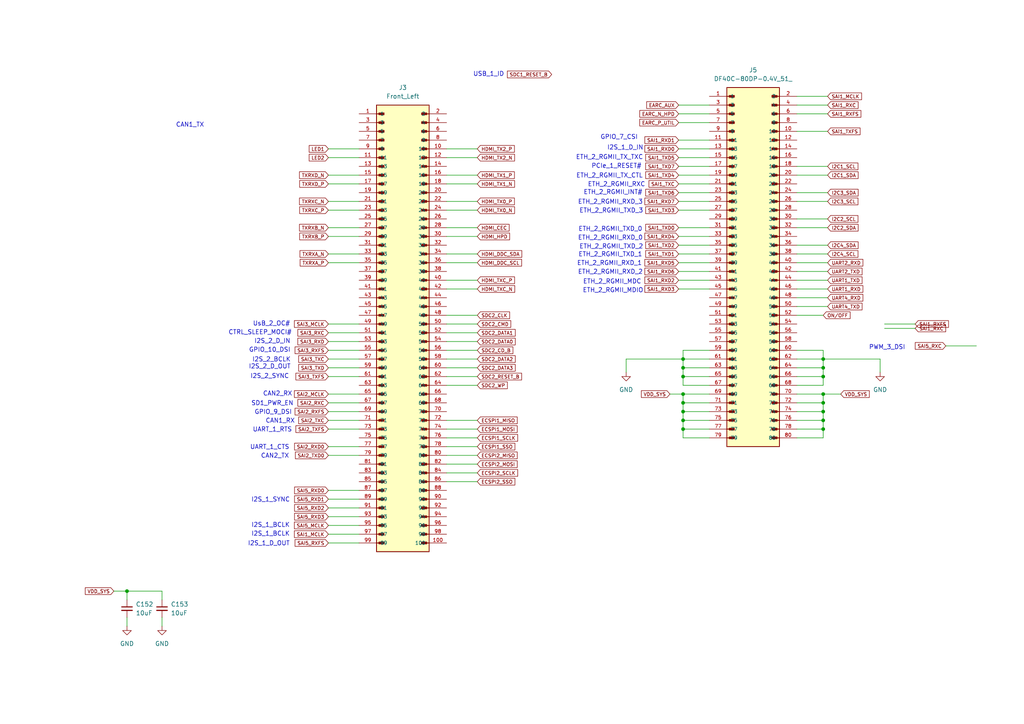
<source format=kicad_sch>
(kicad_sch (version 20231120) (generator "eeschema") (generator_version "8.0")
  (paper "A4")
  (lib_symbols
    (symbol "CONN_DF40C-100DS-0_4V51_HIR:DF40C-100DP-0.4V_51_" (pin_names (offset 1.016))
      (property "Reference" "J" (at -7.62 64.262 0))
      (property "Value" "DF40C-100DP-0.4V_51_" (at -7.62 -66.802 0))
      (symbol "DF40C-100DP-0.4V_51__0_0"
        (pin passive line (at -12.7 60.96 0) (length 5.08) (name "1") (number "1"))
        (pin passive line (at 12.7 50.8 180) (length 5.08) (name "10") (number "10"))
        (pin passive line (at 12.7 -63.5 180) (length 5.08) (name "100") (number "100"))
        (pin passive line (at -12.7 48.26 0) (length 5.08) (name "11") (number "11"))
        (pin passive line (at 12.7 48.26 180) (length 5.08) (name "12") (number "12"))
        (pin passive line (at -12.7 45.72 0) (length 5.08) (name "13") (number "13"))
        (pin passive line (at 12.7 45.72 180) (length 5.08) (name "14") (number "14"))
        (pin passive line (at -12.7 43.18 0) (length 5.08) (name "15") (number "15"))
        (pin passive line (at 12.7 43.18 180) (length 5.08) (name "16") (number "16"))
        (pin passive line (at -12.7 40.64 0) (length 5.08) (name "17") (number "17"))
        (pin passive line (at 12.7 40.64 180) (length 5.08) (name "18") (number "18"))
        (pin passive line (at -12.7 38.1 0) (length 5.08) (name "19") (number "19"))
        (pin passive line (at 12.7 60.96 180) (length 5.08) (name "2") (number "2"))
        (pin passive line (at 12.7 38.1 180) (length 5.08) (name "20") (number "20"))
        (pin passive line (at -12.7 35.56 0) (length 5.08) (name "21") (number "21"))
        (pin passive line (at 12.7 35.56 180) (length 5.08) (name "22") (number "22"))
        (pin passive line (at -12.7 33.02 0) (length 5.08) (name "23") (number "23"))
        (pin passive line (at 12.7 33.02 180) (length 5.08) (name "24") (number "24"))
        (pin passive line (at -12.7 30.48 0) (length 5.08) (name "25") (number "25"))
        (pin passive line (at 12.7 30.48 180) (length 5.08) (name "26") (number "26"))
        (pin passive line (at -12.7 27.94 0) (length 5.08) (name "27") (number "27"))
        (pin passive line (at 12.7 27.94 180) (length 5.08) (name "28") (number "28"))
        (pin passive line (at -12.7 25.4 0) (length 5.08) (name "29") (number "29"))
        (pin passive line (at -12.7 58.42 0) (length 5.08) (name "3") (number "3"))
        (pin passive line (at 12.7 25.4 180) (length 5.08) (name "30") (number "30"))
        (pin passive line (at -12.7 22.86 0) (length 5.08) (name "31") (number "31"))
        (pin passive line (at 12.7 22.86 180) (length 5.08) (name "32") (number "32"))
        (pin passive line (at -12.7 20.32 0) (length 5.08) (name "33") (number "33"))
        (pin passive line (at 12.7 20.32 180) (length 5.08) (name "34") (number "34"))
        (pin passive line (at -12.7 17.78 0) (length 5.08) (name "35") (number "35"))
        (pin passive line (at 12.7 17.78 180) (length 5.08) (name "36") (number "36"))
        (pin passive line (at -12.7 15.24 0) (length 5.08) (name "37") (number "37"))
        (pin passive line (at 12.7 15.24 180) (length 5.08) (name "38") (number "38"))
        (pin passive line (at -12.7 12.7 0) (length 5.08) (name "39") (number "39"))
        (pin passive line (at 12.7 58.42 180) (length 5.08) (name "4") (number "4"))
        (pin passive line (at 12.7 12.7 180) (length 5.08) (name "40") (number "40"))
        (pin passive line (at -12.7 10.16 0) (length 5.08) (name "41") (number "41"))
        (pin passive line (at 12.7 10.16 180) (length 5.08) (name "42") (number "42"))
        (pin passive line (at -12.7 7.62 0) (length 5.08) (name "43") (number "43"))
        (pin passive line (at 12.7 7.62 180) (length 5.08) (name "44") (number "44"))
        (pin passive line (at -12.7 5.08 0) (length 5.08) (name "45") (number "45"))
        (pin passive line (at 12.7 5.08 180) (length 5.08) (name "46") (number "46"))
        (pin passive line (at -12.7 2.54 0) (length 5.08) (name "47") (number "47"))
        (pin passive line (at 12.7 2.54 180) (length 5.08) (name "48") (number "48"))
        (pin passive line (at -12.7 0 0) (length 5.08) (name "49") (number "49"))
        (pin passive line (at -12.7 55.88 0) (length 5.08) (name "5") (number "5"))
        (pin passive line (at 12.7 0 180) (length 5.08) (name "50") (number "50"))
        (pin passive line (at -12.7 -2.54 0) (length 5.08) (name "51") (number "51"))
        (pin passive line (at 12.7 -2.54 180) (length 5.08) (name "52") (number "52"))
        (pin passive line (at -12.7 -5.08 0) (length 5.08) (name "53") (number "53"))
        (pin passive line (at 12.7 -5.08 180) (length 5.08) (name "54") (number "54"))
        (pin passive line (at -12.7 -7.62 0) (length 5.08) (name "55") (number "55"))
        (pin passive line (at 12.7 -7.62 180) (length 5.08) (name "56") (number "56"))
        (pin passive line (at -12.7 -10.16 0) (length 5.08) (name "57") (number "57"))
        (pin passive line (at 12.7 -10.16 180) (length 5.08) (name "58") (number "58"))
        (pin passive line (at -12.7 -12.7 0) (length 5.08) (name "59") (number "59"))
        (pin passive line (at 12.7 55.88 180) (length 5.08) (name "6") (number "6"))
        (pin passive line (at 12.7 -12.7 180) (length 5.08) (name "60") (number "60"))
        (pin passive line (at -12.7 -15.24 0) (length 5.08) (name "61") (number "61"))
        (pin passive line (at 12.7 -15.24 180) (length 5.08) (name "62") (number "62"))
        (pin passive line (at -12.7 -17.78 0) (length 5.08) (name "63") (number "63"))
        (pin passive line (at 12.7 -17.78 180) (length 5.08) (name "64") (number "64"))
        (pin passive line (at -12.7 -20.32 0) (length 5.08) (name "65") (number "65"))
        (pin passive line (at 12.7 -20.32 180) (length 5.08) (name "66") (number "66"))
        (pin passive line (at -12.7 -22.86 0) (length 5.08) (name "67") (number "67"))
        (pin passive line (at 12.7 -22.86 180) (length 5.08) (name "68") (number "68"))
        (pin passive line (at -12.7 -25.4 0) (length 5.08) (name "69") (number "69"))
        (pin passive line (at -12.7 53.34 0) (length 5.08) (name "7") (number "7"))
        (pin passive line (at 12.7 -25.4 180) (length 5.08) (name "70") (number "70"))
        (pin passive line (at -12.7 -27.94 0) (length 5.08) (name "71") (number "71"))
        (pin passive line (at 12.7 -27.94 180) (length 5.08) (name "72") (number "72"))
        (pin passive line (at -12.7 -30.48 0) (length 5.08) (name "73") (number "73"))
        (pin passive line (at 12.7 -30.48 180) (length 5.08) (name "74") (number "74"))
        (pin passive line (at -12.7 -33.02 0) (length 5.08) (name "75") (number "75"))
        (pin passive line (at 12.7 -33.02 180) (length 5.08) (name "76") (number "76"))
        (pin passive line (at -12.7 -35.56 0) (length 5.08) (name "77") (number "77"))
        (pin passive line (at 12.7 -35.56 180) (length 5.08) (name "78") (number "78"))
        (pin passive line (at -12.7 -38.1 0) (length 5.08) (name "79") (number "79"))
        (pin passive line (at 12.7 53.34 180) (length 5.08) (name "8") (number "8"))
        (pin passive line (at 12.7 -38.1 180) (length 5.08) (name "80") (number "80"))
        (pin passive line (at -12.7 -40.64 0) (length 5.08) (name "81") (number "81"))
        (pin passive line (at 12.7 -40.64 180) (length 5.08) (name "82") (number "82"))
        (pin passive line (at -12.7 -43.18 0) (length 5.08) (name "83") (number "83"))
        (pin passive line (at 12.7 -43.18 180) (length 5.08) (name "84") (number "84"))
        (pin passive line (at -12.7 -45.72 0) (length 5.08) (name "85") (number "85"))
        (pin passive line (at 12.7 -45.72 180) (length 5.08) (name "86") (number "86"))
        (pin passive line (at -12.7 -48.26 0) (length 5.08) (name "87") (number "87"))
        (pin passive line (at 12.7 -48.26 180) (length 5.08) (name "88") (number "88"))
        (pin passive line (at -12.7 -50.8 0) (length 5.08) (name "89") (number "89"))
        (pin passive line (at -12.7 50.8 0) (length 5.08) (name "9") (number "9"))
        (pin passive line (at 12.7 -50.8 180) (length 5.08) (name "90") (number "90"))
        (pin passive line (at -12.7 -53.34 0) (length 5.08) (name "91") (number "91"))
        (pin passive line (at 12.7 -53.34 180) (length 5.08) (name "92") (number "92"))
        (pin passive line (at -12.7 -55.88 0) (length 5.08) (name "93") (number "93"))
        (pin passive line (at 12.7 -55.88 180) (length 5.08) (name "94") (number "94"))
        (pin passive line (at -12.7 -58.42 0) (length 5.08) (name "95") (number "95"))
        (pin passive line (at 12.7 -58.42 180) (length 5.08) (name "96") (number "96"))
        (pin passive line (at -12.7 -60.96 0) (length 5.08) (name "97") (number "97"))
        (pin passive line (at 12.7 -60.96 180) (length 5.08) (name "98") (number "98"))
        (pin passive line (at -12.7 -63.5 0) (length 5.08) (name "99") (number "99"))
      )
    )
    (symbol "DF40C-80DP-0.4V_51_:DF40C-80DP-0.4V_51_" (pin_names (offset 1.016))
      (property "Reference" "J" (at -7.62 51.562 0))
      (property "Value" "DF40C-80DP-0.4V_51_" (at -7.62 -54.102 0))
      (symbol "DF40C-80DP-0.4V_51__0_0"
        (pin passive line (at -12.7 48.26 0) (length 5.08) (name "1") (number "1"))
        (pin passive line (at 12.7 38.1 180) (length 5.08) (name "10") (number "10"))
        (pin passive line (at -12.7 35.56 0) (length 5.08) (name "11") (number "11"))
        (pin passive line (at 12.7 35.56 180) (length 5.08) (name "12") (number "12"))
        (pin passive line (at -12.7 33.02 0) (length 5.08) (name "13") (number "13"))
        (pin passive line (at 12.7 33.02 180) (length 5.08) (name "14") (number "14"))
        (pin passive line (at -12.7 30.48 0) (length 5.08) (name "15") (number "15"))
        (pin passive line (at 12.7 30.48 180) (length 5.08) (name "16") (number "16"))
        (pin passive line (at -12.7 27.94 0) (length 5.08) (name "17") (number "17"))
        (pin passive line (at 12.7 27.94 180) (length 5.08) (name "18") (number "18"))
        (pin passive line (at -12.7 25.4 0) (length 5.08) (name "19") (number "19"))
        (pin passive line (at 12.7 48.26 180) (length 5.08) (name "2") (number "2"))
        (pin passive line (at 12.7 25.4 180) (length 5.08) (name "20") (number "20"))
        (pin passive line (at -12.7 22.86 0) (length 5.08) (name "21") (number "21"))
        (pin passive line (at 12.7 22.86 180) (length 5.08) (name "22") (number "22"))
        (pin passive line (at -12.7 20.32 0) (length 5.08) (name "23") (number "23"))
        (pin passive line (at 12.7 20.32 180) (length 5.08) (name "24") (number "24"))
        (pin passive line (at -12.7 17.78 0) (length 5.08) (name "25") (number "25"))
        (pin passive line (at 12.7 17.78 180) (length 5.08) (name "26") (number "26"))
        (pin passive line (at -12.7 15.24 0) (length 5.08) (name "27") (number "27"))
        (pin passive line (at 12.7 15.24 180) (length 5.08) (name "28") (number "28"))
        (pin passive line (at -12.7 12.7 0) (length 5.08) (name "29") (number "29"))
        (pin passive line (at -12.7 45.72 0) (length 5.08) (name "3") (number "3"))
        (pin passive line (at 12.7 12.7 180) (length 5.08) (name "30") (number "30"))
        (pin passive line (at -12.7 10.16 0) (length 5.08) (name "31") (number "31"))
        (pin passive line (at 12.7 10.16 180) (length 5.08) (name "32") (number "32"))
        (pin passive line (at -12.7 7.62 0) (length 5.08) (name "33") (number "33"))
        (pin passive line (at 12.7 7.62 180) (length 5.08) (name "34") (number "34"))
        (pin passive line (at -12.7 5.08 0) (length 5.08) (name "35") (number "35"))
        (pin passive line (at 12.7 5.08 180) (length 5.08) (name "36") (number "36"))
        (pin passive line (at -12.7 2.54 0) (length 5.08) (name "37") (number "37"))
        (pin passive line (at 12.7 2.54 180) (length 5.08) (name "38") (number "38"))
        (pin passive line (at -12.7 0 0) (length 5.08) (name "39") (number "39"))
        (pin passive line (at 12.7 45.72 180) (length 5.08) (name "4") (number "4"))
        (pin passive line (at 12.7 0 180) (length 5.08) (name "40") (number "40"))
        (pin passive line (at -12.7 -2.54 0) (length 5.08) (name "41") (number "41"))
        (pin passive line (at 12.7 -2.54 180) (length 5.08) (name "42") (number "42"))
        (pin passive line (at -12.7 -5.08 0) (length 5.08) (name "43") (number "43"))
        (pin passive line (at 12.7 -5.08 180) (length 5.08) (name "44") (number "44"))
        (pin passive line (at -12.7 -7.62 0) (length 5.08) (name "45") (number "45"))
        (pin passive line (at 12.7 -7.62 180) (length 5.08) (name "46") (number "46"))
        (pin passive line (at -12.7 -10.16 0) (length 5.08) (name "47") (number "47"))
        (pin passive line (at 12.7 -10.16 180) (length 5.08) (name "48") (number "48"))
        (pin passive line (at -12.7 -12.7 0) (length 5.08) (name "49") (number "49"))
        (pin passive line (at -12.7 43.18 0) (length 5.08) (name "5") (number "5"))
        (pin passive line (at 12.7 -12.7 180) (length 5.08) (name "50") (number "50"))
        (pin passive line (at -12.7 -15.24 0) (length 5.08) (name "51") (number "51"))
        (pin passive line (at 12.7 -15.24 180) (length 5.08) (name "52") (number "52"))
        (pin passive line (at -12.7 -17.78 0) (length 5.08) (name "53") (number "53"))
        (pin passive line (at 12.7 -17.78 180) (length 5.08) (name "54") (number "54"))
        (pin passive line (at -12.7 -20.32 0) (length 5.08) (name "55") (number "55"))
        (pin passive line (at 12.7 -20.32 180) (length 5.08) (name "56") (number "56"))
        (pin passive line (at -12.7 -22.86 0) (length 5.08) (name "57") (number "57"))
        (pin passive line (at 12.7 -22.86 180) (length 5.08) (name "58") (number "58"))
        (pin passive line (at -12.7 -25.4 0) (length 5.08) (name "59") (number "59"))
        (pin passive line (at 12.7 43.18 180) (length 5.08) (name "6") (number "6"))
        (pin passive line (at 12.7 -25.4 180) (length 5.08) (name "60") (number "60"))
        (pin passive line (at -12.7 -27.94 0) (length 5.08) (name "61") (number "61"))
        (pin passive line (at 12.7 -27.94 180) (length 5.08) (name "62") (number "62"))
        (pin passive line (at -12.7 -30.48 0) (length 5.08) (name "63") (number "63"))
        (pin passive line (at 12.7 -30.48 180) (length 5.08) (name "64") (number "64"))
        (pin passive line (at -12.7 -33.02 0) (length 5.08) (name "65") (number "65"))
        (pin passive line (at 12.7 -33.02 180) (length 5.08) (name "66") (number "66"))
        (pin passive line (at -12.7 -35.56 0) (length 5.08) (name "67") (number "67"))
        (pin passive line (at 12.7 -35.56 180) (length 5.08) (name "68") (number "68"))
        (pin passive line (at -12.7 -38.1 0) (length 5.08) (name "69") (number "69"))
        (pin passive line (at -12.7 40.64 0) (length 5.08) (name "7") (number "7"))
        (pin passive line (at 12.7 -38.1 180) (length 5.08) (name "70") (number "70"))
        (pin passive line (at -12.7 -40.64 0) (length 5.08) (name "71") (number "71"))
        (pin passive line (at 12.7 -40.64 180) (length 5.08) (name "72") (number "72"))
        (pin passive line (at -12.7 -43.18 0) (length 5.08) (name "73") (number "73"))
        (pin passive line (at 12.7 -43.18 180) (length 5.08) (name "74") (number "74"))
        (pin passive line (at -12.7 -45.72 0) (length 5.08) (name "75") (number "75"))
        (pin passive line (at 12.7 -45.72 180) (length 5.08) (name "76") (number "76"))
        (pin passive line (at -12.7 -48.26 0) (length 5.08) (name "77") (number "77"))
        (pin passive line (at 12.7 -48.26 180) (length 5.08) (name "78") (number "78"))
        (pin passive line (at -12.7 -50.8 0) (length 5.08) (name "79") (number "79"))
        (pin passive line (at 12.7 40.64 180) (length 5.08) (name "8") (number "8"))
        (pin passive line (at 12.7 -50.8 180) (length 5.08) (name "80") (number "80"))
        (pin passive line (at -12.7 38.1 0) (length 5.08) (name "9") (number "9"))
      )
    )
    (symbol "Device:C_Small" (pin_numbers hide) (pin_names (offset 0.254) hide)
      (property "Reference" "C" (at 0.254 1.778 0))
      (property "Value" "C_Small" (at 0.254 -2.032 0))
      (symbol "C_Small_1_1"
        (pin passive line (at 0 2.54 270) (length 2.032) (name "~") (number "1"))
        (pin passive line (at 0 -2.54 90) (length 2.032) (name "~") (number "2"))
      )
    )
    (symbol "power:GND" (power) (pin_names (offset 0))
      (property "Value" "GND" (at 0 -3.81 0))
      (symbol "GND_1_1"
        (pin power_in line (at 0 0 270) (length 0) hide (name "GND") (number "1"))
      )
    )
  )
  (junction (at 238.76 121.92))
  (junction (at 238.76 114.3))
  (junction (at 198.12 124.46))
  (junction (at 198.12 114.3))
  (junction (at 36.83 171.45))
  (junction (at 238.76 116.84))
  (junction (at 238.76 104.14))
  (junction (at 198.12 106.68))
  (junction (at 198.12 121.92))
  (junction (at 238.76 124.46))
  (junction (at 198.12 109.22))
  (junction (at 198.12 104.14))
  (junction (at 198.12 119.38))
  (junction (at 238.76 119.38))
  (junction (at 238.76 109.22))
  (junction (at 238.76 106.68))
  (junction (at 198.12 116.84))
  (wire (pts (xy 205.74 76.2) (xy 196.85 76.2)))
  (wire (pts (xy 238.76 127) (xy 238.76 124.46)))
  (wire (pts (xy 129.54 137.16) (xy 138.43 137.16)))
  (wire (pts (xy 104.14 45.72) (xy 95.25 45.72)))
  (wire (pts (xy 129.54 58.42) (xy 138.43 58.42)))
  (wire (pts (xy 104.14 68.58) (xy 95.25 68.58)))
  (wire (pts (xy 198.12 119.38) (xy 198.12 116.84)))
  (wire (pts (xy 129.54 104.14) (xy 138.43 104.14)))
  (wire (pts (xy 198.12 104.14) (xy 205.74 104.14)))
  (wire (pts (xy 129.54 134.62) (xy 138.43 134.62)))
  (wire (pts (xy 129.54 129.54) (xy 138.43 129.54)))
  (wire (pts (xy 198.12 124.46) (xy 205.74 124.46)))
  (wire (pts (xy 238.76 101.6) (xy 238.76 104.14)))
  (wire (pts (xy 129.54 127) (xy 138.43 127)))
  (wire (pts (xy 205.74 53.34) (xy 196.85 53.34)))
  (wire (pts (xy 198.12 121.92) (xy 198.12 119.38)))
  (wire (pts (xy 129.54 99.06) (xy 138.43 99.06)))
  (wire (pts (xy 255.27 104.14) (xy 238.76 104.14)))
  (wire (pts (xy 231.14 66.04) (xy 240.03 66.04)))
  (wire (pts (xy 129.54 45.72) (xy 138.43 45.72)))
  (wire (pts (xy 104.14 124.46) (xy 95.25 124.46)))
  (wire (pts (xy 129.54 50.8) (xy 138.43 50.8)))
  (wire (pts (xy 198.12 106.68) (xy 198.12 104.14)))
  (wire (pts (xy 231.14 73.66) (xy 240.03 73.66)))
  (wire (pts (xy 104.14 66.04) (xy 95.25 66.04)))
  (wire (pts (xy 129.54 111.76) (xy 138.43 111.76)))
  (wire (pts (xy 198.12 116.84) (xy 198.12 114.3)))
  (wire (pts (xy 238.76 104.14) (xy 231.14 104.14)))
  (wire (pts (xy 104.14 116.84) (xy 95.25 116.84)))
  (wire (pts (xy 129.54 81.28) (xy 138.43 81.28)))
  (wire (pts (xy 104.14 101.6) (xy 95.25 101.6)))
  (wire (pts (xy 256.54 93.98) (xy 265.43 93.98)))
  (wire (pts (xy 129.54 83.82) (xy 138.43 83.82)))
  (wire (pts (xy 243.84 114.3) (xy 238.76 114.3)))
  (wire (pts (xy 198.12 101.6) (xy 198.12 104.14)))
  (wire (pts (xy 104.14 93.98) (xy 95.25 93.98)))
  (wire (pts (xy 46.99 179.07) (xy 46.99 181.61)))
  (wire (pts (xy 129.54 60.96) (xy 138.43 60.96)))
  (wire (pts (xy 129.54 121.92) (xy 138.43 121.92)))
  (wire (pts (xy 231.14 27.94) (xy 240.03 27.94)))
  (wire (pts (xy 231.14 50.8) (xy 240.03 50.8)))
  (wire (pts (xy 104.14 154.94) (xy 95.25 154.94)))
  (wire (pts (xy 205.74 83.82) (xy 196.85 83.82)))
  (wire (pts (xy 129.54 109.22) (xy 138.43 109.22)))
  (wire (pts (xy 231.14 127) (xy 238.76 127)))
  (wire (pts (xy 104.14 114.3) (xy 95.25 114.3)))
  (wire (pts (xy 231.14 91.44) (xy 238.76 91.44)))
  (wire (pts (xy 104.14 96.52) (xy 95.25 96.52)))
  (wire (pts (xy 129.54 53.34) (xy 138.43 53.34)))
  (wire (pts (xy 205.74 66.04) (xy 196.85 66.04)))
  (wire (pts (xy 129.54 124.46) (xy 138.43 124.46)))
  (wire (pts (xy 129.54 43.18) (xy 138.43 43.18)))
  (wire (pts (xy 205.74 55.88) (xy 196.85 55.88)))
  (wire (pts (xy 104.14 157.48) (xy 95.25 157.48)))
  (wire (pts (xy 129.54 66.04) (xy 138.43 66.04)))
  (wire (pts (xy 36.83 179.07) (xy 36.83 181.61)))
  (wire (pts (xy 129.54 76.2) (xy 138.43 76.2)))
  (wire (pts (xy 129.54 68.58) (xy 138.43 68.58)))
  (wire (pts (xy 231.14 78.74) (xy 240.03 78.74)))
  (wire (pts (xy 231.14 30.48) (xy 240.03 30.48)))
  (wire (pts (xy 231.14 83.82) (xy 240.03 83.82)))
  (wire (pts (xy 129.54 101.6) (xy 138.43 101.6)))
  (wire (pts (xy 104.14 76.2) (xy 95.25 76.2)))
  (wire (pts (xy 238.76 119.38) (xy 231.14 119.38)))
  (wire (pts (xy 238.76 119.38) (xy 238.76 116.84)))
  (wire (pts (xy 231.14 63.5) (xy 240.03 63.5)))
  (wire (pts (xy 205.74 78.74) (xy 196.85 78.74)))
  (wire (pts (xy 205.74 73.66) (xy 196.85 73.66)))
  (wire (pts (xy 104.14 149.86) (xy 95.25 149.86)))
  (wire (pts (xy 231.14 48.26) (xy 240.03 48.26)))
  (wire (pts (xy 283.21 100.33) (xy 274.32 100.33)))
  (wire (pts (xy 104.14 43.18) (xy 95.25 43.18)))
  (wire (pts (xy 238.76 111.76) (xy 231.14 111.76)))
  (wire (pts (xy 238.76 111.76) (xy 238.76 109.22)))
  (wire (pts (xy 205.74 101.6) (xy 198.12 101.6)))
  (wire (pts (xy 104.14 132.08) (xy 95.25 132.08)))
  (wire (pts (xy 181.61 104.14) (xy 181.61 107.95)))
  (wire (pts (xy 198.12 114.3) (xy 205.74 114.3)))
  (wire (pts (xy 104.14 119.38) (xy 95.25 119.38)))
  (wire (pts (xy 198.12 119.38) (xy 205.74 119.38)))
  (wire (pts (xy 238.76 116.84) (xy 238.76 114.3)))
  (wire (pts (xy 205.74 60.96) (xy 196.85 60.96)))
  (wire (pts (xy 129.54 91.44) (xy 138.43 91.44)))
  (wire (pts (xy 104.14 109.22) (xy 95.25 109.22)))
  (wire (pts (xy 205.74 35.56) (xy 196.85 35.56)))
  (wire (pts (xy 104.14 53.34) (xy 95.25 53.34)))
  (wire (pts (xy 36.83 171.45) (xy 36.83 173.99)))
  (wire (pts (xy 104.14 99.06) (xy 95.25 99.06)))
  (wire (pts (xy 104.14 58.42) (xy 95.25 58.42)))
  (wire (pts (xy 205.74 111.76) (xy 198.12 111.76)))
  (wire (pts (xy 231.14 38.1) (xy 240.03 38.1)))
  (wire (pts (xy 256.54 95.25) (xy 265.43 95.25)))
  (wire (pts (xy 238.76 121.92) (xy 231.14 121.92)))
  (wire (pts (xy 238.76 109.22) (xy 238.76 106.68)))
  (wire (pts (xy 104.14 104.14) (xy 95.25 104.14)))
  (wire (pts (xy 198.12 124.46) (xy 198.12 121.92)))
  (wire (pts (xy 104.14 152.4) (xy 95.25 152.4)))
  (wire (pts (xy 104.14 144.78) (xy 95.25 144.78)))
  (wire (pts (xy 205.74 48.26) (xy 196.85 48.26)))
  (wire (pts (xy 104.14 147.32) (xy 95.25 147.32)))
  (wire (pts (xy 129.54 96.52) (xy 138.43 96.52)))
  (wire (pts (xy 46.99 171.45) (xy 46.99 173.99)))
  (wire (pts (xy 181.61 104.14) (xy 198.12 104.14)))
  (wire (pts (xy 238.76 124.46) (xy 231.14 124.46)))
  (wire (pts (xy 198.12 127) (xy 198.12 124.46)))
  (wire (pts (xy 205.74 127) (xy 198.12 127)))
  (wire (pts (xy 205.74 58.42) (xy 196.85 58.42)))
  (wire (pts (xy 255.27 104.14) (xy 255.27 107.95)))
  (wire (pts (xy 104.14 106.68) (xy 95.25 106.68)))
  (wire (pts (xy 129.54 106.68) (xy 138.43 106.68)))
  (wire (pts (xy 205.74 43.18) (xy 196.85 43.18)))
  (wire (pts (xy 231.14 101.6) (xy 238.76 101.6)))
  (wire (pts (xy 238.76 124.46) (xy 238.76 121.92)))
  (wire (pts (xy 238.76 106.68) (xy 231.14 106.68)))
  (wire (pts (xy 104.14 121.92) (xy 95.25 121.92)))
  (wire (pts (xy 205.74 50.8) (xy 196.85 50.8)))
  (wire (pts (xy 198.12 111.76) (xy 198.12 109.22)))
  (wire (pts (xy 231.14 71.12) (xy 240.03 71.12)))
  (wire (pts (xy 198.12 109.22) (xy 198.12 106.68)))
  (wire (pts (xy 198.12 116.84) (xy 205.74 116.84)))
  (wire (pts (xy 129.54 93.98) (xy 138.43 93.98)))
  (wire (pts (xy 238.76 109.22) (xy 231.14 109.22)))
  (wire (pts (xy 231.14 55.88) (xy 240.03 55.88)))
  (wire (pts (xy 198.12 109.22) (xy 205.74 109.22)))
  (wire (pts (xy 231.14 76.2) (xy 240.03 76.2)))
  (wire (pts (xy 231.14 88.9) (xy 240.03 88.9)))
  (wire (pts (xy 198.12 121.92) (xy 205.74 121.92)))
  (wire (pts (xy 104.14 73.66) (xy 95.25 73.66)))
  (wire (pts (xy 129.54 139.7) (xy 138.43 139.7)))
  (wire (pts (xy 231.14 58.42) (xy 240.03 58.42)))
  (wire (pts (xy 231.14 81.28) (xy 240.03 81.28)))
  (wire (pts (xy 198.12 106.68) (xy 205.74 106.68)))
  (wire (pts (xy 238.76 121.92) (xy 238.76 119.38)))
  (wire (pts (xy 205.74 33.02) (xy 196.85 33.02)))
  (wire (pts (xy 205.74 30.48) (xy 196.85 30.48)))
  (wire (pts (xy 36.83 171.45) (xy 46.99 171.45)))
  (wire (pts (xy 104.14 142.24) (xy 95.25 142.24)))
  (wire (pts (xy 205.74 45.72) (xy 196.85 45.72)))
  (wire (pts (xy 194.31 114.3) (xy 198.12 114.3)))
  (wire (pts (xy 238.76 106.68) (xy 238.76 104.14)))
  (wire (pts (xy 231.14 33.02) (xy 240.03 33.02)))
  (wire (pts (xy 231.14 86.36) (xy 240.03 86.36)))
  (wire (pts (xy 205.74 81.28) (xy 196.85 81.28)))
  (wire (pts (xy 104.14 50.8) (xy 95.25 50.8)))
  (wire (pts (xy 238.76 116.84) (xy 231.14 116.84)))
  (wire (pts (xy 205.74 71.12) (xy 196.85 71.12)))
  (wire (pts (xy 129.54 73.66) (xy 138.43 73.66)))
  (wire (pts (xy 129.54 132.08) (xy 138.43 132.08)))
  (wire (pts (xy 33.02 171.45) (xy 36.83 171.45)))
  (wire (pts (xy 205.74 40.64) (xy 196.85 40.64)))
  (wire (pts (xy 104.14 60.96) (xy 95.25 60.96)))
  (wire (pts (xy 104.14 129.54) (xy 95.25 129.54)))
  (wire (pts (xy 238.76 114.3) (xy 231.14 114.3)))
  (wire (pts (xy 205.74 68.58) (xy 196.85 68.58)))
  (text "PCIe_1_RESET#" (at 178.816 48.26 0) (effects (font (size 1.27 1.27))))
  (text "I2S_1_BCLK" (at 78.486 154.94 0) (effects (font (size 1.27 1.27))))
  (text "ETH_2_RGMII_MDC" (at 177.546 81.788 0) (effects (font (size 1.27 1.27))))
  (text "CAN1_RX" (at 81.28 122.174 0) (effects (font (size 1.27 1.27))))
  (text "I2S_2_BCLK" (at 78.74 104.394 0) (effects (font (size 1.27 1.27))))
  (text "SD1_PWR_EN" (at 78.994 117.094 0) (effects (font (size 1.27 1.27))))
  (text "I2S_1_D_IN" (at 181.356 42.926 0) (effects (font (size 1.27 1.27))))
  (text "GPIO_9_DSI" (at 79.248 119.634 0) (effects (font (size 1.27 1.27))))
  (text "I2S_1_SYNC" (at 78.486 145.034 0) (effects (font (size 1.27 1.27))))
  (text "ETH_2_RGMII_RXD_3" (at 177.038 58.674 0) (effects (font (size 1.27 1.27))))
  (text "UART_1_CTS" (at 78.232 129.794 0) (effects (font (size 1.27 1.27))))
  (text "I2S_2_D_OUT" (at 78.232 106.426 0) (effects (font (size 1.27 1.27))))
  (text "ETH_2_RGMII_TXD_2" (at 177.292 71.628 0) (effects (font (size 1.27 1.27))))
  (text "CAN1_TX" (at 55.118 36.322 0) (effects (font (size 1.27 1.27))))
  (text "I2S_2_D_IN" (at 78.994 99.06 0) (effects (font (size 1.27 1.27))))
  (text "ETH_2_RGMII_TXD_3" (at 177.292 61.214 0) (effects (font (size 1.27 1.27))))
  (text "UART_1_RTS" (at 78.994 124.714 0) (effects (font (size 1.27 1.27))))
  (text "ETH_2_RGMII_RXD_2\n" (at 177.038 78.994 0) (effects (font (size 1.27 1.27))))
  (text "UsB_2_OC#" (at 78.74 93.98 0) (effects (font (size 1.27 1.27))))
  (text "ETH_2_RGMII_RXD_0" (at 177.038 69.088 0) (effects (font (size 1.27 1.27))))
  (text "CAN2_TX" (at 79.756 132.334 0) (effects (font (size 1.27 1.27))))
  (text "I2S_1_D_OUT" (at 77.978 157.734 0) (effects (font (size 1.27 1.27))))
  (text "I2S_1_BCLK" (at 78.486 152.4 0) (effects (font (size 1.27 1.27))))
  (text "CAN2_RX" (at 80.518 114.3 0) (effects (font (size 1.27 1.27))))
  (text "ETH_2_RGMII_RXC" (at 178.816 53.594 0) (effects (font (size 1.27 1.27))))
  (text "PWM_3_DSI" (at 257.302 100.838 0) (effects (font (size 1.27 1.27))))
  (text "ETH_2_RGMII_TXD_0" (at 177.038 66.548 0) (effects (font (size 1.27 1.27))))
  (text "GPIO_7_CSI" (at 179.578 39.878 0) (effects (font (size 1.27 1.27))))
  (text "ETH_2_RGMII_TX_CTL" (at 176.784 51.054 0) (effects (font (size 1.27 1.27))))
  (text "I2S_2_SYNC" (at 78.232 109.22 0) (effects (font (size 1.27 1.27))))
  (text "ETH_2_RGMII_TXD_1" (at 177.038 73.914 0) (effects (font (size 1.27 1.27))))
  (text "ETH_2_RGMII_INT#" (at 177.8 55.88 0) (effects (font (size 1.27 1.27))))
  (text "USB_1_ID" (at 141.732 21.59 0) (effects (font (size 1.27 1.27))))
  (text "CTRL_SLEEP_MOCI#" (at 75.438 96.52 0) (effects (font (size 1.27 1.27))))
  (text "ETH_2_RGMII_TX_TXC" (at 176.784 45.72 0) (effects (font (size 1.27 1.27))))
  (text "ETH_2_RGMII_MDIO" (at 177.8 84.328 0) (effects (font (size 1.27 1.27))))
  (text "GPIO_10_DSI" (at 78.232 101.6 0) (effects (font (size 1.27 1.27))))
  (text "ETH_2_RGMII_RXD_1" (at 176.784 76.454 0) (effects (font (size 1.27 1.27))))
  (global_label "SDC2_CMD" (shape input) (at 138.43 93.98 0) (effects (font (size 1 1))) (property "Intersheetrefs" "${INTERSHEET_REFS}" (effects (hide yes))))
  (global_label "SDC2_RESET_B" (shape input) (at 138.43 109.22 0) (effects (font (size 1 1))) (property "Intersheetrefs" "${INTERSHEET_REFS}" (effects (hide yes))))
  (global_label "SAI3_TXC" (shape input) (at 95.25 104.14 180) (effects (font (size 1 1))) (property "Intersheetrefs" "${INTERSHEET_REFS}" (effects (hide yes))))
  (global_label "SAI1_RXD3" (shape input) (at 196.85 83.82 180) (effects (font (size 1 1))) (property "Intersheetrefs" "${INTERSHEET_REFS}" (effects (hide yes))))
  (global_label "HDMI_DDC_SDA" (shape input) (at 138.43 73.66 0) (effects (font (size 1 1))) (property "Intersheetrefs" "${INTERSHEET_REFS}" (effects (hide yes))))
  (global_label "SAI1_RXD0" (shape input) (at 196.85 43.18 180) (effects (font (size 1 1))) (property "Intersheetrefs" "${INTERSHEET_REFS}" (effects (hide yes))))
  (global_label "SAI1_TXD2" (shape input) (at 196.85 71.12 180) (effects (font (size 1 1))) (property "Intersheetrefs" "${INTERSHEET_REFS}" (effects (hide yes))))
  (global_label "HDMI_TX0_P" (shape input) (at 138.43 58.42 0) (effects (font (size 1 1))) (property "Intersheetrefs" "${INTERSHEET_REFS}" (effects (hide yes))))
  (global_label "SAI5_RXFS" (shape input) (at 95.25 157.48 180) (effects (font (size 1 1))) (property "Intersheetrefs" "${INTERSHEET_REFS}" (effects (hide yes))))
  (global_label "SAI1_RXD2" (shape input) (at 196.85 81.28 180) (effects (font (size 1 1))) (property "Intersheetrefs" "${INTERSHEET_REFS}" (effects (hide yes))))
  (global_label "HDMI_TXC_N" (shape input) (at 138.43 83.82 0) (effects (font (size 1 1))) (property "Intersheetrefs" "${INTERSHEET_REFS}" (effects (hide yes))))
  (global_label "SAI1_RXD5" (shape input) (at 196.85 76.2 180) (effects (font (size 1 1))) (property "Intersheetrefs" "${INTERSHEET_REFS}" (effects (hide yes))))
  (global_label "SAI1_RXD4" (shape input) (at 196.85 68.58 180) (effects (font (size 1 1))) (property "Intersheetrefs" "${INTERSHEET_REFS}" (effects (hide yes))))
  (global_label "ECSPI1_MOSI" (shape input) (at 138.43 124.46 0) (effects (font (size 1 1))) (property "Intersheetrefs" "${INTERSHEET_REFS}" (effects (hide yes))))
  (global_label "SAI1_RXD1" (shape input) (at 196.85 40.64 180) (effects (font (size 1 1))) (property "Intersheetrefs" "${INTERSHEET_REFS}" (effects (hide yes))))
  (global_label "SAI3_TXD" (shape input) (at 95.25 106.68 180) (effects (font (size 1 1))) (property "Intersheetrefs" "${INTERSHEET_REFS}" (effects (hide yes))))
  (global_label "HDMI_TX0_N" (shape input) (at 138.43 60.96 0) (effects (font (size 1 1))) (property "Intersheetrefs" "${INTERSHEET_REFS}" (effects (hide yes))))
  (global_label "TXRXD_N" (shape input) (at 95.25 50.8 180) (effects (font (size 1 1))) (property "Intersheetrefs" "${INTERSHEET_REFS}" (effects (hide yes))))
  (global_label "SAI1_RXFS" (shape input) (at 265.43 93.98 0) (effects (font (size 1 1))) (property "Intersheetrefs" "${INTERSHEET_REFS}" (effects (hide yes))))
  (global_label "SAi1_TXFS" (shape input) (at 240.03 38.1 0) (effects (font (size 1 1))) (property "Intersheetrefs" "${INTERSHEET_REFS}" (effects (hide yes))))
  (global_label "TXRXA_N" (shape input) (at 95.25 73.66 180) (effects (font (size 1 1))) (property "Intersheetrefs" "${INTERSHEET_REFS}" (effects (hide yes))))
  (global_label "HDMI_CEC" (shape input) (at 138.43 66.04 0) (effects (font (size 1 1))) (property "Intersheetrefs" "${INTERSHEET_REFS}" (effects (hide yes))))
  (global_label "HDMI_DDC_SCL" (shape input) (at 138.43 76.2 0) (effects (font (size 1 1))) (property "Intersheetrefs" "${INTERSHEET_REFS}" (effects (hide yes))))
  (global_label "TXRXB_N" (shape input) (at 95.25 66.04 180) (effects (font (size 1 1))) (property "Intersheetrefs" "${INTERSHEET_REFS}" (effects (hide yes))))
  (global_label "SAI1_RXC" (shape input) (at 265.43 95.25 0) (effects (font (size 1 1))) (property "Intersheetrefs" "${INTERSHEET_REFS}" (effects (hide yes))))
  (global_label "ECSPI1_MISO" (shape input) (at 138.43 121.92 0) (effects (font (size 1 1))) (property "Intersheetrefs" "${INTERSHEET_REFS}" (effects (hide yes))))
  (global_label "HDMI_TX2_N" (shape input) (at 138.43 45.72 0) (effects (font (size 1 1))) (property "Intersheetrefs" "${INTERSHEET_REFS}" (effects (hide yes))))
  (global_label "SDC2_CD_B" (shape input) (at 138.43 101.6 0) (effects (font (size 1 1))) (property "Intersheetrefs" "${INTERSHEET_REFS}" (effects (hide yes))))
  (global_label "SAI1_TXD4" (shape input) (at 196.85 50.8 180) (effects (font (size 1 1))) (property "Intersheetrefs" "${INTERSHEET_REFS}" (effects (hide yes))))
  (global_label "I2C1_SCL" (shape input) (at 240.03 48.26 0) (effects (font (size 1 1))) (property "Intersheetrefs" "${INTERSHEET_REFS}" (effects (hide yes))))
  (global_label "SAI5_RXC" (shape input) (at 274.32 100.33 180) (effects (font (size 1 1))) (property "Intersheetrefs" "${INTERSHEET_REFS}" (effects (hide yes))))
  (global_label "SDC2_DATA3" (shape input) (at 138.43 106.68 0) (effects (font (size 1 1))) (property "Intersheetrefs" "${INTERSHEET_REFS}" (effects (hide yes))))
  (global_label "SAI3_RXFS" (shape input) (at 95.25 101.6 180) (effects (font (size 1 1))) (property "Intersheetrefs" "${INTERSHEET_REFS}" (effects (hide yes))))
  (global_label "TXRXC_N" (shape input) (at 95.25 58.42 180) (effects (font (size 1 1))) (property "Intersheetrefs" "${INTERSHEET_REFS}" (effects (hide yes))))
  (global_label "EARC_N_HPD" (shape input) (at 196.85 33.02 180) (effects (font (size 1 1))) (property "Intersheetrefs" "${INTERSHEET_REFS}" (effects (hide yes))))
  (global_label "TXRXB_P" (shape input) (at 95.25 68.58 180) (effects (font (size 1 1))) (property "Intersheetrefs" "${INTERSHEET_REFS}" (effects (hide yes))))
  (global_label "SDC2_DATA0" (shape input) (at 138.43 99.06 0) (effects (font (size 1 1))) (property "Intersheetrefs" "${INTERSHEET_REFS}" (effects (hide yes))))
  (global_label "SAI1_TXD5" (shape input) (at 196.85 45.72 180) (effects (font (size 1 1))) (property "Intersheetrefs" "${INTERSHEET_REFS}" (effects (hide yes))))
  (global_label "UART1_RXD" (shape input) (at 240.03 83.82 0) (effects (font (size 1 1))) (property "Intersheetrefs" "${INTERSHEET_REFS}" (effects (hide yes))))
  (global_label "SDC2_CLK" (shape input) (at 138.43 91.44 0) (effects (font (size 1 1))) (property "Intersheetrefs" "${INTERSHEET_REFS}" (effects (hide yes))))
  (global_label "LED1" (shape input) (at 95.25 43.18 180) (effects (font (size 1 1))) (property "Intersheetrefs" "${INTERSHEET_REFS}" (effects (hide yes))))
  (global_label "SDC2_WP" (shape input) (at 138.43 111.76 0) (effects (font (size 1 1))) (property "Intersheetrefs" "${INTERSHEET_REFS}" (effects (hide yes))))
  (global_label "ECSPI2_SSO" (shape input) (at 138.43 139.7 0) (effects (font (size 1 1))) (property "Intersheetrefs" "${INTERSHEET_REFS}" (effects (hide yes))))
  (global_label "HDMI_TXC_P" (shape input) (at 138.43 81.28 0) (effects (font (size 1 1))) (property "Intersheetrefs" "${INTERSHEET_REFS}" (effects (hide yes))))
  (global_label "SAI5_RXD1" (shape input) (at 95.25 144.78 180) (effects (font (size 1 1))) (property "Intersheetrefs" "${INTERSHEET_REFS}" (effects (hide yes))))
  (global_label "TXRXA_P" (shape input) (at 95.25 76.2 180) (effects (font (size 1 1))) (property "Intersheetrefs" "${INTERSHEET_REFS}" (effects (hide yes))))
  (global_label "VDD_SYS" (shape input) (at 194.31 114.3 180) (effects (font (size 1 1))) (property "Intersheetrefs" "${INTERSHEET_REFS}" (effects (hide yes))))
  (global_label "SAI2_TXD0" (shape input) (at 95.25 132.08 180) (effects (font (size 1 1))) (property "Intersheetrefs" "${INTERSHEET_REFS}" (effects (hide yes))))
  (global_label "UART2_TXD" (shape input) (at 240.03 78.74 0) (effects (font (size 1 1))) (property "Intersheetrefs" "${INTERSHEET_REFS}" (effects (hide yes))))
  (global_label "HDMI_HPD" (shape input) (at 138.43 68.58 0) (effects (font (size 1 1))) (property "Intersheetrefs" "${INTERSHEET_REFS}" (effects (hide yes))))
  (global_label "ECSPI2_MOSI" (shape input) (at 138.43 134.62 0) (effects (font (size 1 1))) (property "Intersheetrefs" "${INTERSHEET_REFS}" (effects (hide yes))))
  (global_label "SAI1_MCLK" (shape input) (at 95.25 154.94 180) (effects (font (size 1 1))) (property "Intersheetrefs" "${INTERSHEET_REFS}" (effects (hide yes))))
  (global_label "SAI2_TXFS" (shape input) (at 95.25 124.46 180) (effects (font (size 1 1))) (property "Intersheetrefs" "${INTERSHEET_REFS}" (effects (hide yes))))
  (global_label "VDD_SYS" (shape input) (at 33.02 171.45 180) (effects (font (size 1 1))) (property "Intersheetrefs" "${INTERSHEET_REFS}" (effects (hide yes))))
  (global_label "ECSPI2_SCLK" (shape input) (at 138.43 137.16 0) (effects (font (size 1 1))) (property "Intersheetrefs" "${INTERSHEET_REFS}" (effects (hide yes))))
  (global_label "SDC2_DATA1" (shape input) (at 138.43 96.52 0) (effects (font (size 1 1))) (property "Intersheetrefs" "${INTERSHEET_REFS}" (effects (hide yes))))
  (global_label "UART1_TXD" (shape input) (at 240.03 81.28 0) (effects (font (size 1 1))) (property "Intersheetrefs" "${INTERSHEET_REFS}" (effects (hide yes))))
  (global_label "SAI1_RXFS" (shape input) (at 240.03 33.02 0) (effects (font (size 1 1))) (property "Intersheetrefs" "${INTERSHEET_REFS}" (effects (hide yes))))
  (global_label "SAI1_TXD6" (shape input) (at 196.85 55.88 180) (effects (font (size 1 1))) (property "Intersheetrefs" "${INTERSHEET_REFS}" (effects (hide yes))))
  (global_label "SAI3_TXFS" (shape input) (at 95.25 109.22 180) (effects (font (size 1 1))) (property "Intersheetrefs" "${INTERSHEET_REFS}" (effects (hide yes))))
  (global_label "UART2_RXD" (shape input) (at 240.03 76.2 0) (effects (font (size 1 1))) (property "Intersheetrefs" "${INTERSHEET_REFS}" (effects (hide yes))))
  (global_label "SAI2_TXC" (shape input) (at 95.25 121.92 180) (effects (font (size 1 1))) (property "Intersheetrefs" "${INTERSHEET_REFS}" (effects (hide yes))))
  (global_label "SAI1_RXD7" (shape input) (at 196.85 58.42 180) (effects (font (size 1 1))) (property "Intersheetrefs" "${INTERSHEET_REFS}" (effects (hide yes))))
  (global_label "SAI1_RXC" (shape input) (at 240.03 30.48 0) (effects (font (size 1 1))) (property "Intersheetrefs" "${INTERSHEET_REFS}" (effects (hide yes))))
  (global_label "I2C3_SCL" (shape input) (at 240.03 58.42 0) (effects (font (size 1 1))) (property "Intersheetrefs" "${INTERSHEET_REFS}" (effects (hide yes))))
  (global_label "EARC_AUX" (shape input) (at 196.85 30.48 180) (effects (font (size 1 1))) (property "Intersheetrefs" "${INTERSHEET_REFS}" (effects (hide yes))))
  (global_label "LED2" (shape input) (at 95.25 45.72 180) (effects (font (size 1 1))) (property "Intersheetrefs" "${INTERSHEET_REFS}" (effects (hide yes))))
  (global_label "ECSPI1_SCLK" (shape input) (at 138.43 127 0) (effects (font (size 1 1))) (property "Intersheetrefs" "${INTERSHEET_REFS}" (effects (hide yes))))
  (global_label "SAI5_RXD2" (shape input) (at 95.25 147.32 180) (effects (font (size 1 1))) (property "Intersheetrefs" "${INTERSHEET_REFS}" (effects (hide yes))))
  (global_label "SAI1_TXD7" (shape input) (at 196.85 48.26 180) (effects (font (size 1 1))) (property "Intersheetrefs" "${INTERSHEET_REFS}" (effects (hide yes))))
  (global_label "SAI5_RXD0" (shape input) (at 95.25 142.24 180) (effects (font (size 1 1))) (property "Intersheetrefs" "${INTERSHEET_REFS}" (effects (hide yes))))
  (global_label "SAI5_RXD3" (shape input) (at 95.25 149.86 180) (effects (font (size 1 1))) (property "Intersheetrefs" "${INTERSHEET_REFS}" (effects (hide yes))))
  (global_label "ECSPI1_SSO" (shape input) (at 138.43 129.54 0) (effects (font (size 1 1))) (property "Intersheetrefs" "${INTERSHEET_REFS}" (effects (hide yes))))
  (global_label "SAI1_TXD1" (shape input) (at 196.85 73.66 180) (effects (font (size 1 1))) (property "Intersheetrefs" "${INTERSHEET_REFS}" (effects (hide yes))))
  (global_label "SAI3_RXD" (shape input) (at 95.25 99.06 180) (effects (font (size 1 1))) (property "Intersheetrefs" "${INTERSHEET_REFS}" (effects (hide yes))))
  (global_label "SAI5_MCLK" (shape input) (at 95.25 152.4 180) (effects (font (size 1 1))) (property "Intersheetrefs" "${INTERSHEET_REFS}" (effects (hide yes))))
  (global_label "I2C3_SDA" (shape input) (at 240.03 55.88 0) (effects (font (size 1 1))) (property "Intersheetrefs" "${INTERSHEET_REFS}" (effects (hide yes))))
  (global_label "SAI3_MCLK" (shape input) (at 95.25 93.98 180) (effects (font (size 1 1))) (property "Intersheetrefs" "${INTERSHEET_REFS}" (effects (hide yes))))
  (global_label "SAI1_MCLK" (shape input) (at 240.03 27.94 0) (effects (font (size 1 1))) (property "Intersheetrefs" "${INTERSHEET_REFS}" (effects (hide yes))))
  (global_label "ON{slash}OFF" (shape input) (at 238.76 91.44 0) (effects (font (size 1 1))) (property "Intersheetrefs" "${INTERSHEET_REFS}" (effects (hide yes))))
  (global_label "SAI3_RXC" (shape input) (at 95.25 96.52 180) (effects (font (size 1 1))) (property "Intersheetrefs" "${INTERSHEET_REFS}" (effects (hide yes))))
  (global_label "ECSPI2_MISO" (shape input) (at 138.43 132.08 0) (effects (font (size 1 1))) (property "Intersheetrefs" "${INTERSHEET_REFS}" (effects (hide yes))))
  (global_label "SAI1_TXC" (shape input) (at 196.85 53.34 180) (effects (font (size 1 1))) (property "Intersheetrefs" "${INTERSHEET_REFS}" (effects (hide yes))))
  (global_label "TXRXD_P" (shape input) (at 95.25 53.34 180) (effects (font (size 1 1))) (property "Intersheetrefs" "${INTERSHEET_REFS}" (effects (hide yes))))
  (global_label "SDC1_RESET_B" (shape input) (at 160.02 21.59 180) (effects (font (size 1 1))) (property "Intersheetrefs" "${INTERSHEET_REFS}" (effects (hide yes))))
  (global_label "SDC2_DATA2" (shape input) (at 138.43 104.14 0) (effects (font (size 1 1))) (property "Intersheetrefs" "${INTERSHEET_REFS}" (effects (hide yes))))
  (global_label "SAI1_TXD0" (shape input) (at 196.85 66.04 180) (effects (font (size 1 1))) (property "Intersheetrefs" "${INTERSHEET_REFS}" (effects (hide yes))))
  (global_label "SAI2_RXFS" (shape input) (at 95.25 119.38 180) (effects (font (size 1 1))) (property "Intersheetrefs" "${INTERSHEET_REFS}" (effects (hide yes))))
  (global_label "HDMI_TX1_P" (shape input) (at 138.43 50.8 0) (effects (font (size 1 1))) (property "Intersheetrefs" "${INTERSHEET_REFS}" (effects (hide yes))))
  (global_label "EARC_P_UTIL" (shape input) (at 196.85 35.56 180) (effects (font (size 1 1))) (property "Intersheetrefs" "${INTERSHEET_REFS}" (effects (hide yes))))
  (global_label "SAI1_RXD6" (shape input) (at 196.85 78.74 180) (effects (font (size 1 1))) (property "Intersheetrefs" "${INTERSHEET_REFS}" (effects (hide yes))))
  (global_label "VDD_SYS" (shape input) (at 243.84 114.3 0) (effects (font (size 1 1))) (property "Intersheetrefs" "${INTERSHEET_REFS}" (effects (hide yes))))
  (global_label "SAI1_TXD3" (shape input) (at 196.85 60.96 180) (effects (font (size 1 1))) (property "Intersheetrefs" "${INTERSHEET_REFS}" (effects (hide yes))))
  (global_label "I2C2_SDA" (shape input) (at 240.03 66.04 0) (effects (font (size 1 1))) (property "Intersheetrefs" "${INTERSHEET_REFS}" (effects (hide yes))))
  (global_label "I2C4_SDA" (shape input) (at 240.03 71.12 0) (effects (font (size 1 1))) (property "Intersheetrefs" "${INTERSHEET_REFS}" (effects (hide yes))))
  (global_label "HDMI_TX2_P" (shape input) (at 138.43 43.18 0) (effects (font (size 1 1))) (property "Intersheetrefs" "${INTERSHEET_REFS}" (effects (hide yes))))
  (global_label "SAI2_RXC" (shape input) (at 95.25 116.84 180) (effects (font (size 1 1))) (property "Intersheetrefs" "${INTERSHEET_REFS}" (effects (hide yes))))
  (global_label "UART4_TXD" (shape input) (at 240.03 88.9 0) (effects (font (size 1 1))) (property "Intersheetrefs" "${INTERSHEET_REFS}" (effects (hide yes))))
  (global_label "I2C2_SCL" (shape input) (at 240.03 63.5 0) (effects (font (size 1 1))) (property "Intersheetrefs" "${INTERSHEET_REFS}" (effects (hide yes))))
  (global_label "TXRXC_P" (shape input) (at 95.25 60.96 180) (effects (font (size 1 1))) (property "Intersheetrefs" "${INTERSHEET_REFS}" (effects (hide yes))))
  (global_label "I2C1_SDA" (shape input) (at 240.03 50.8 0) (effects (font (size 1 1))) (property "Intersheetrefs" "${INTERSHEET_REFS}" (effects (hide yes))))
  (global_label "I2C4_SCL" (shape input) (at 240.03 73.66 0) (effects (font (size 1 1))) (property "Intersheetrefs" "${INTERSHEET_REFS}" (effects (hide yes))))
  (global_label "SAI2_MCLK" (shape input) (at 95.25 114.3 180) (effects (font (size 1 1))) (property "Intersheetrefs" "${INTERSHEET_REFS}" (effects (hide yes))))
  (global_label "SAI2_RXD0" (shape input) (at 95.25 129.54 180) (effects (font (size 1 1))) (property "Intersheetrefs" "${INTERSHEET_REFS}" (effects (hide yes))))
  (global_label "HDMI_TX1_N" (shape input) (at 138.43 53.34 0) (effects (font (size 1 1))) (property "Intersheetrefs" "${INTERSHEET_REFS}" (effects (hide yes))))
  (global_label "UART4_RXD" (shape input) (at 240.03 86.36 0) (effects (font (size 1 1))) (property "Intersheetrefs" "${INTERSHEET_REFS}" (effects (hide yes))))
  (symbol (lib_id "Device:C_Small") (at 36.83 176.53 0) (mirror y) (unit 1)
    (property "Reference" "C152" (at 39.37 175.2663 0) (effects (justify right)))
    (property "Value" "10uF" (at 39.37 177.8063 0) (effects (justify right)))
    (property "Footprint" "Capacitor_SMD:C_0603_1608Metric" (effects (hide yes)))
  )
  (symbol (lib_id "CONN_DF40C-100DS-0_4V51_HIR:DF40C-100DP-0.4V_51_") (at 116.84 93.98 0) (unit 1)
    (property "Reference" "J3" (at 116.84 25.4 0))
    (property "Value" "Front_Left" (at 116.84 27.94 0))
    (property "Footprint" "_W_SBC:HIROSE_DF40C-100DS-0.4V_51_" (effects (hide yes)))
    (property "Description" "\n                        \n                            Board to Board & Mezzanine Connectors 100P SMT HEADER NO FITTING, NO BOSS\n                        \n" (effects (hide yes)))
    (property "MF" "Hirose Connector" (effects (hide yes)))
    (property "MAXIMUM_PACKAGE_HEIGHT" "1.29mm" (effects (hide yes)))
    (property "Package" "None" (effects (hide yes)))
    (property "Price" "None" (effects (hide yes)))
    (property "Check_prices" "https://www.snapeda.com/parts/DF40C-100DP-0.4V(51)/Hirose/view-part/?ref=eda" (effects (hide yes)))
    (property "STANDARD" "Manufacturer Recommendations" (effects (hide yes)))
    (property "PARTREV" "8" (effects (hide yes)))
    (property "SnapEDA_Link" "https://www.snapeda.com/parts/DF40C-100DP-0.4V(51)/Hirose/view-part/?ref=snap" (effects (hide yes)))
    (property "MP" "DF40C-100DP-0.4V(51)" (effects (hide yes)))
    (property "Availability" "In Stock" (effects (hide yes)))
    (property "MANUFACTURER" "Hirose" (effects (hide yes)))
  )
  (symbol (lib_id "power:GND") (at 255.27 107.95 0) (unit 1)
    (property "Reference" "#PWR169" (effects (hide yes)))
    (property "Value" "GND" (at 255.27 113.03 0))
  )
  (symbol (lib_id "DF40C-80DP-0.4V_51_:DF40C-80DP-0.4V_51_") (at 218.44 76.2 0) (unit 1)
    (property "Reference" "J5" (at 218.44 20.32 0))
    (property "Value" "DF40C-80DP-0.4V_51_" (at 218.44 22.86 0))
    (property "Footprint" "_W_SBC:HRS_DF40C-80DS-0.4V_51_" (effects (hide yes)))
    (property "MF" "Hirose Electric" (effects (hide yes)))
    (property "MAXIMUM_PACKAGE_HEIGHT" "1.29mm" (effects (hide yes)))
    (property "Package" "None" (effects (hide yes)))
    (property "Price" "None" (effects (hide yes)))
    (property "Check_prices" "https://www.snapeda.com/parts/DF40C-80DP-0.4V(51)/Hirose/view-part/?ref=eda" (effects (hide yes)))
    (property "STANDARD" "Manufacturer Recommendations" (effects (hide yes)))
    (property "MAMUFACTURER" "Hirose Electric" (effects (hide yes)))
    (property "SnapEDA_Link" "https://www.snapeda.com/parts/DF40C-80DP-0.4V(51)/Hirose/view-part/?ref=snap" (effects (hide yes)))
    (property "MP" "DF40C-80DP-0.4V(51)" (effects (hide yes)))
    (property "Availability" "In Stock" (effects (hide yes)))
    (property "Description_1" "\n                        \n                            80 Position Connector Plug, Outer Shroud Contacts Surface Mount Gold\n                        \n" (effects (hide yes)))
  )
  (symbol (lib_id "power:GND") (at 181.61 107.95 0) (unit 1)
    (property "Reference" "#PWR167" (effects (hide yes)))
    (property "Value" "GND" (at 181.61 113.03 0))
  )
  (symbol (lib_id "Device:C_Small") (at 46.99 176.53 0) (mirror y) (unit 1)
    (property "Reference" "C153" (at 49.53 175.2663 0) (effects (justify right)))
    (property "Value" "10uF" (at 49.53 177.8063 0) (effects (justify right)))
    (property "Footprint" "Capacitor_SMD:C_0603_1608Metric" (effects (hide yes)))
  )
  (symbol (lib_id "power:GND") (at 36.83 181.61 0) (unit 1)
    (property "Reference" "#PWR166" (effects (hide yes)))
    (property "Value" "GND" (at 36.83 186.69 0))
  )
  (symbol (lib_id "power:GND") (at 46.99 181.61 0) (unit 1)
    (property "Reference" "#PWR168" (effects (hide yes)))
    (property "Value" "GND" (at 46.99 186.69 0))
  )
)
</source>
